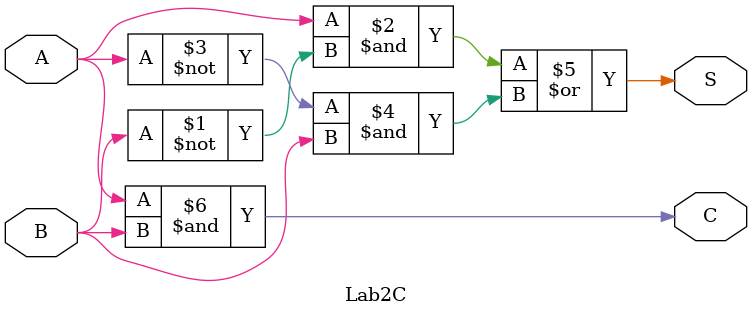
<source format=v>
`timescale 1ns / 1ps


module Lab2C(
input A,
input B,
output S,
output C
    );
    
assign S = (A & ~B) | (~A & B);
assign C = A & B;

endmodule

</source>
